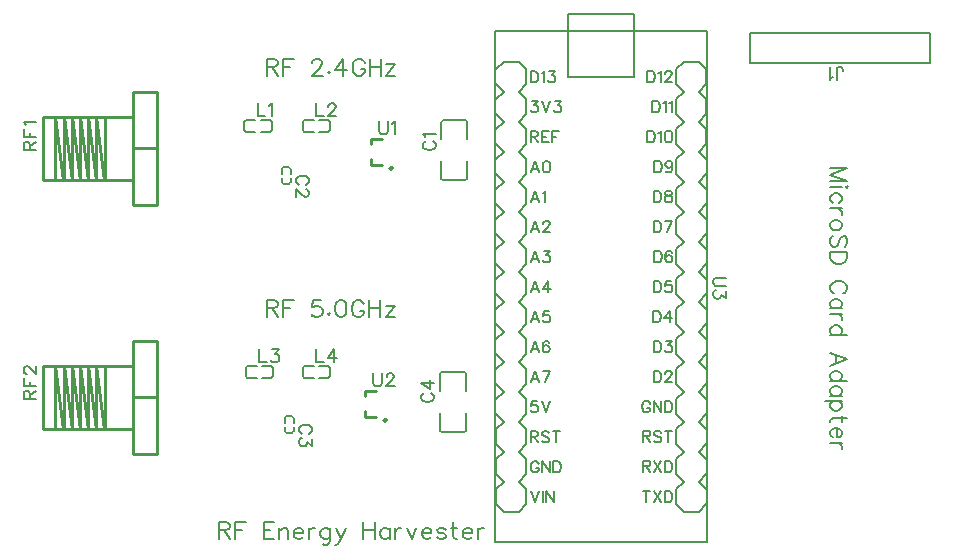
<source format=gto>
G04 Layer: TopSilkscreenLayer*
G04 EasyEDA v6.5.44, 2024-08-27 10:33:55*
G04 3fde5a6329554247a190ecd3801b01c9,e183ea938b1e48739b2e3e039e877233,10*
G04 Gerber Generator version 0.2*
G04 Scale: 100 percent, Rotated: No, Reflected: No *
G04 Dimensions in millimeters *
G04 leading zeros omitted , absolute positions ,4 integer and 5 decimal *
%FSLAX45Y45*%
%MOMM*%

%ADD10C,0.1524*%
%ADD11C,0.1500*%
%ADD12C,0.2032*%
%ADD13C,0.2030*%
%ADD14C,0.2540*%
%ADD15C,0.1520*%
%ADD16C,0.2489*%
%ADD17C,0.0123*%

%LPD*%
D10*
X1612900Y12521184D02*
G01*
X1612900Y12377928D01*
X1612900Y12521184D02*
G01*
X1674368Y12521184D01*
X1694687Y12514326D01*
X1701545Y12507468D01*
X1708404Y12494005D01*
X1708404Y12480289D01*
X1701545Y12466574D01*
X1694687Y12459715D01*
X1674368Y12452858D01*
X1612900Y12452858D01*
X1660652Y12452858D02*
G01*
X1708404Y12377928D01*
X1753362Y12521184D02*
G01*
X1753362Y12377928D01*
X1753362Y12521184D02*
G01*
X1842007Y12521184D01*
X1753362Y12452858D02*
G01*
X1807971Y12452858D01*
X1998725Y12487147D02*
G01*
X1998725Y12494005D01*
X2005584Y12507468D01*
X2012441Y12514326D01*
X2026158Y12521184D01*
X2053336Y12521184D01*
X2067052Y12514326D01*
X2073909Y12507468D01*
X2080513Y12494005D01*
X2080513Y12480289D01*
X2073909Y12466574D01*
X2060193Y12446254D01*
X1991868Y12377928D01*
X2087372Y12377928D01*
X2139188Y12411963D02*
G01*
X2132329Y12405360D01*
X2139188Y12398502D01*
X2146045Y12405360D01*
X2139188Y12411963D01*
X2259329Y12521184D02*
G01*
X2191004Y12425679D01*
X2293365Y12425679D01*
X2259329Y12521184D02*
G01*
X2259329Y12377928D01*
X2440686Y12487147D02*
G01*
X2433827Y12500610D01*
X2420111Y12514326D01*
X2406650Y12521184D01*
X2379218Y12521184D01*
X2365502Y12514326D01*
X2352040Y12500610D01*
X2345181Y12487147D01*
X2338324Y12466574D01*
X2338324Y12432537D01*
X2345181Y12411963D01*
X2352040Y12398502D01*
X2365502Y12384786D01*
X2379218Y12377928D01*
X2406650Y12377928D01*
X2420111Y12384786D01*
X2433827Y12398502D01*
X2440686Y12411963D01*
X2440686Y12432537D01*
X2406650Y12432537D02*
G01*
X2440686Y12432537D01*
X2485643Y12521184D02*
G01*
X2485643Y12377928D01*
X2581147Y12521184D02*
G01*
X2581147Y12377928D01*
X2485643Y12452858D02*
G01*
X2581147Y12452858D01*
X2701036Y12473431D02*
G01*
X2626106Y12377928D01*
X2626106Y12473431D02*
G01*
X2701036Y12473431D01*
X2626106Y12377928D02*
G01*
X2701036Y12377928D01*
X1612900Y10476484D02*
G01*
X1612900Y10333228D01*
X1612900Y10476484D02*
G01*
X1674368Y10476484D01*
X1694687Y10469626D01*
X1701545Y10462768D01*
X1708404Y10449305D01*
X1708404Y10435589D01*
X1701545Y10421874D01*
X1694687Y10415015D01*
X1674368Y10408158D01*
X1612900Y10408158D01*
X1660652Y10408158D02*
G01*
X1708404Y10333228D01*
X1753362Y10476484D02*
G01*
X1753362Y10333228D01*
X1753362Y10476484D02*
G01*
X1842007Y10476484D01*
X1753362Y10408158D02*
G01*
X1807971Y10408158D01*
X2073909Y10476484D02*
G01*
X2005584Y10476484D01*
X1998725Y10415015D01*
X2005584Y10421874D01*
X2026158Y10428731D01*
X2046477Y10428731D01*
X2067052Y10421874D01*
X2080513Y10408158D01*
X2087372Y10387837D01*
X2087372Y10374121D01*
X2080513Y10353802D01*
X2067052Y10340086D01*
X2046477Y10333228D01*
X2026158Y10333228D01*
X2005584Y10340086D01*
X1998725Y10346944D01*
X1991868Y10360660D01*
X2139188Y10367263D02*
G01*
X2132329Y10360660D01*
X2139188Y10353802D01*
X2146045Y10360660D01*
X2139188Y10367263D01*
X2231897Y10476484D02*
G01*
X2211577Y10469626D01*
X2197861Y10449305D01*
X2191004Y10415015D01*
X2191004Y10394695D01*
X2197861Y10360660D01*
X2211577Y10340086D01*
X2231897Y10333228D01*
X2245613Y10333228D01*
X2266188Y10340086D01*
X2279650Y10360660D01*
X2286508Y10394695D01*
X2286508Y10415015D01*
X2279650Y10449305D01*
X2266188Y10469626D01*
X2245613Y10476484D01*
X2231897Y10476484D01*
X2433827Y10442447D02*
G01*
X2426970Y10455910D01*
X2413254Y10469626D01*
X2399791Y10476484D01*
X2372359Y10476484D01*
X2358897Y10469626D01*
X2345181Y10455910D01*
X2338324Y10442447D01*
X2331465Y10421874D01*
X2331465Y10387837D01*
X2338324Y10367263D01*
X2345181Y10353802D01*
X2358897Y10340086D01*
X2372359Y10333228D01*
X2399791Y10333228D01*
X2413254Y10340086D01*
X2426970Y10353802D01*
X2433827Y10367263D01*
X2433827Y10387837D01*
X2399791Y10387837D02*
G01*
X2433827Y10387837D01*
X2478786Y10476484D02*
G01*
X2478786Y10333228D01*
X2574290Y10476484D02*
G01*
X2574290Y10333228D01*
X2478786Y10408158D02*
G01*
X2574290Y10408158D01*
X2694177Y10428731D02*
G01*
X2619247Y10333228D01*
X2619247Y10428731D02*
G01*
X2694177Y10428731D01*
X2619247Y10333228D02*
G01*
X2694177Y10333228D01*
X1206500Y8596884D02*
G01*
X1206500Y8453628D01*
X1206500Y8596884D02*
G01*
X1267968Y8596884D01*
X1288287Y8590026D01*
X1295145Y8583168D01*
X1302004Y8569705D01*
X1302004Y8555989D01*
X1295145Y8542274D01*
X1288287Y8535415D01*
X1267968Y8528558D01*
X1206500Y8528558D01*
X1254252Y8528558D02*
G01*
X1302004Y8453628D01*
X1346962Y8596884D02*
G01*
X1346962Y8453628D01*
X1346962Y8596884D02*
G01*
X1435607Y8596884D01*
X1346962Y8528558D02*
G01*
X1401571Y8528558D01*
X1585468Y8596884D02*
G01*
X1585468Y8453628D01*
X1585468Y8596884D02*
G01*
X1674113Y8596884D01*
X1585468Y8528558D02*
G01*
X1640078Y8528558D01*
X1585468Y8453628D02*
G01*
X1674113Y8453628D01*
X1719326Y8549131D02*
G01*
X1719326Y8453628D01*
X1719326Y8521954D02*
G01*
X1739645Y8542274D01*
X1753362Y8549131D01*
X1773681Y8549131D01*
X1787397Y8542274D01*
X1794255Y8521954D01*
X1794255Y8453628D01*
X1839213Y8508237D02*
G01*
X1921002Y8508237D01*
X1921002Y8521954D01*
X1914144Y8535415D01*
X1907286Y8542274D01*
X1893823Y8549131D01*
X1873250Y8549131D01*
X1859787Y8542274D01*
X1846071Y8528558D01*
X1839213Y8508237D01*
X1839213Y8494521D01*
X1846071Y8474202D01*
X1859787Y8460486D01*
X1873250Y8453628D01*
X1893823Y8453628D01*
X1907286Y8460486D01*
X1921002Y8474202D01*
X1965959Y8549131D02*
G01*
X1965959Y8453628D01*
X1965959Y8508237D02*
G01*
X1972818Y8528558D01*
X1986534Y8542274D01*
X2000250Y8549131D01*
X2020570Y8549131D01*
X2147315Y8549131D02*
G01*
X2147315Y8440165D01*
X2140711Y8419592D01*
X2133854Y8412734D01*
X2120138Y8405876D01*
X2099563Y8405876D01*
X2086102Y8412734D01*
X2147315Y8528558D02*
G01*
X2133854Y8542274D01*
X2120138Y8549131D01*
X2099563Y8549131D01*
X2086102Y8542274D01*
X2072386Y8528558D01*
X2065527Y8508237D01*
X2065527Y8494521D01*
X2072386Y8474202D01*
X2086102Y8460486D01*
X2099563Y8453628D01*
X2120138Y8453628D01*
X2133854Y8460486D01*
X2147315Y8474202D01*
X2199131Y8549131D02*
G01*
X2240025Y8453628D01*
X2280920Y8549131D02*
G01*
X2240025Y8453628D01*
X2226563Y8426450D01*
X2212847Y8412734D01*
X2199131Y8405876D01*
X2192527Y8405876D01*
X2431034Y8596884D02*
G01*
X2431034Y8453628D01*
X2526538Y8596884D02*
G01*
X2526538Y8453628D01*
X2431034Y8528558D02*
G01*
X2526538Y8528558D01*
X2653284Y8549131D02*
G01*
X2653284Y8453628D01*
X2653284Y8528558D02*
G01*
X2639568Y8542274D01*
X2626106Y8549131D01*
X2605531Y8549131D01*
X2592070Y8542274D01*
X2578354Y8528558D01*
X2571495Y8508237D01*
X2571495Y8494521D01*
X2578354Y8474202D01*
X2592070Y8460486D01*
X2605531Y8453628D01*
X2626106Y8453628D01*
X2639568Y8460486D01*
X2653284Y8474202D01*
X2698241Y8549131D02*
G01*
X2698241Y8453628D01*
X2698241Y8508237D02*
G01*
X2705100Y8528558D01*
X2718815Y8542274D01*
X2732531Y8549131D01*
X2752852Y8549131D01*
X2797809Y8549131D02*
G01*
X2838704Y8453628D01*
X2879597Y8549131D02*
G01*
X2838704Y8453628D01*
X2924556Y8508237D02*
G01*
X3006597Y8508237D01*
X3006597Y8521954D01*
X2999740Y8535415D01*
X2992881Y8542274D01*
X2979165Y8549131D01*
X2958845Y8549131D01*
X2945129Y8542274D01*
X2931413Y8528558D01*
X2924556Y8508237D01*
X2924556Y8494521D01*
X2931413Y8474202D01*
X2945129Y8460486D01*
X2958845Y8453628D01*
X2979165Y8453628D01*
X2992881Y8460486D01*
X3006597Y8474202D01*
X3126486Y8528558D02*
G01*
X3119627Y8542274D01*
X3099308Y8549131D01*
X3078734Y8549131D01*
X3058413Y8542274D01*
X3051556Y8528558D01*
X3058413Y8515095D01*
X3071875Y8508237D01*
X3106165Y8501379D01*
X3119627Y8494521D01*
X3126486Y8481060D01*
X3126486Y8474202D01*
X3119627Y8460486D01*
X3099308Y8453628D01*
X3078734Y8453628D01*
X3058413Y8460486D01*
X3051556Y8474202D01*
X3192018Y8596884D02*
G01*
X3192018Y8481060D01*
X3198875Y8460486D01*
X3212338Y8453628D01*
X3226054Y8453628D01*
X3171443Y8549131D02*
G01*
X3219195Y8549131D01*
X3271011Y8508237D02*
G01*
X3352800Y8508237D01*
X3352800Y8521954D01*
X3345941Y8535415D01*
X3339338Y8542274D01*
X3325622Y8549131D01*
X3305047Y8549131D01*
X3291586Y8542274D01*
X3277870Y8528558D01*
X3271011Y8508237D01*
X3271011Y8494521D01*
X3277870Y8474202D01*
X3291586Y8460486D01*
X3305047Y8453628D01*
X3325622Y8453628D01*
X3339338Y8460486D01*
X3352800Y8474202D01*
X3397758Y8549131D02*
G01*
X3397758Y8453628D01*
X3397758Y8508237D02*
G01*
X3404615Y8528558D01*
X3418331Y8542274D01*
X3432047Y8549131D01*
X3452368Y8549131D01*
X6526784Y11595100D02*
G01*
X6383527Y11595100D01*
X6526784Y11595100D02*
G01*
X6383527Y11540489D01*
X6526784Y11486134D02*
G01*
X6383527Y11540489D01*
X6526784Y11486134D02*
G01*
X6383527Y11486134D01*
X6526784Y11440921D02*
G01*
X6519925Y11434318D01*
X6526784Y11427460D01*
X6533641Y11434318D01*
X6526784Y11440921D01*
X6479031Y11434318D02*
G01*
X6383527Y11434318D01*
X6458458Y11300460D02*
G01*
X6472174Y11314176D01*
X6479031Y11327892D01*
X6479031Y11348212D01*
X6472174Y11361928D01*
X6458458Y11375644D01*
X6438138Y11382247D01*
X6424422Y11382247D01*
X6404102Y11375644D01*
X6390386Y11361928D01*
X6383527Y11348212D01*
X6383527Y11327892D01*
X6390386Y11314176D01*
X6404102Y11300460D01*
X6479031Y11255502D02*
G01*
X6383527Y11255502D01*
X6438138Y11255502D02*
G01*
X6458458Y11248644D01*
X6472174Y11235181D01*
X6479031Y11221465D01*
X6479031Y11200892D01*
X6479031Y11121897D02*
G01*
X6472174Y11135613D01*
X6458458Y11149076D01*
X6438138Y11155934D01*
X6424422Y11155934D01*
X6404102Y11149076D01*
X6390386Y11135613D01*
X6383527Y11121897D01*
X6383527Y11101578D01*
X6390386Y11087862D01*
X6404102Y11074145D01*
X6424422Y11067287D01*
X6438138Y11067287D01*
X6458458Y11074145D01*
X6472174Y11087862D01*
X6479031Y11101578D01*
X6479031Y11121897D01*
X6506209Y10926826D02*
G01*
X6519925Y10940542D01*
X6526784Y10961115D01*
X6526784Y10988294D01*
X6519925Y11008613D01*
X6506209Y11022329D01*
X6492747Y11022329D01*
X6479031Y11015471D01*
X6472174Y11008613D01*
X6465315Y10995152D01*
X6451854Y10954258D01*
X6444995Y10940542D01*
X6438138Y10933684D01*
X6424422Y10926826D01*
X6404102Y10926826D01*
X6390386Y10940542D01*
X6383527Y10961115D01*
X6383527Y10988294D01*
X6390386Y11008613D01*
X6404102Y11022329D01*
X6526784Y10881868D02*
G01*
X6383527Y10881868D01*
X6526784Y10881868D02*
G01*
X6526784Y10834115D01*
X6519925Y10813795D01*
X6506209Y10800079D01*
X6492747Y10793221D01*
X6472174Y10786363D01*
X6438138Y10786363D01*
X6417563Y10793221D01*
X6404102Y10800079D01*
X6390386Y10813795D01*
X6383527Y10834115D01*
X6383527Y10881868D01*
X6492747Y10534142D02*
G01*
X6506209Y10541000D01*
X6519925Y10554715D01*
X6526784Y10568178D01*
X6526784Y10595610D01*
X6519925Y10609071D01*
X6506209Y10622787D01*
X6492747Y10629645D01*
X6472174Y10636504D01*
X6438138Y10636504D01*
X6417563Y10629645D01*
X6404102Y10622787D01*
X6390386Y10609071D01*
X6383527Y10595610D01*
X6383527Y10568178D01*
X6390386Y10554715D01*
X6404102Y10541000D01*
X6417563Y10534142D01*
X6479031Y10407395D02*
G01*
X6383527Y10407395D01*
X6458458Y10407395D02*
G01*
X6472174Y10421112D01*
X6479031Y10434574D01*
X6479031Y10455147D01*
X6472174Y10468863D01*
X6458458Y10482326D01*
X6438138Y10489184D01*
X6424422Y10489184D01*
X6404102Y10482326D01*
X6390386Y10468863D01*
X6383527Y10455147D01*
X6383527Y10434574D01*
X6390386Y10421112D01*
X6404102Y10407395D01*
X6479031Y10362437D02*
G01*
X6383527Y10362437D01*
X6438138Y10362437D02*
G01*
X6458458Y10355579D01*
X6472174Y10341863D01*
X6479031Y10328402D01*
X6479031Y10307828D01*
X6526784Y10181081D02*
G01*
X6383527Y10181081D01*
X6458458Y10181081D02*
G01*
X6472174Y10194544D01*
X6479031Y10208260D01*
X6479031Y10228834D01*
X6472174Y10242295D01*
X6458458Y10256012D01*
X6438138Y10262870D01*
X6424422Y10262870D01*
X6404102Y10256012D01*
X6390386Y10242295D01*
X6383527Y10228834D01*
X6383527Y10208260D01*
X6390386Y10194544D01*
X6404102Y10181081D01*
X6526784Y9976358D02*
G01*
X6383527Y10030968D01*
X6526784Y9976358D02*
G01*
X6383527Y9922002D01*
X6431279Y10010647D02*
G01*
X6431279Y9942321D01*
X6526784Y9795002D02*
G01*
X6383527Y9795002D01*
X6458458Y9795002D02*
G01*
X6472174Y9808718D01*
X6479031Y9822434D01*
X6479031Y9842754D01*
X6472174Y9856470D01*
X6458458Y9870186D01*
X6438138Y9877044D01*
X6424422Y9877044D01*
X6404102Y9870186D01*
X6390386Y9856470D01*
X6383527Y9842754D01*
X6383527Y9822434D01*
X6390386Y9808718D01*
X6404102Y9795002D01*
X6479031Y9668255D02*
G01*
X6383527Y9668255D01*
X6458458Y9668255D02*
G01*
X6472174Y9681971D01*
X6479031Y9695434D01*
X6479031Y9716008D01*
X6472174Y9729724D01*
X6458458Y9743186D01*
X6438138Y9750044D01*
X6424422Y9750044D01*
X6404102Y9743186D01*
X6390386Y9729724D01*
X6383527Y9716008D01*
X6383527Y9695434D01*
X6390386Y9681971D01*
X6404102Y9668255D01*
X6479031Y9623297D02*
G01*
X6335775Y9623297D01*
X6458458Y9623297D02*
G01*
X6472174Y9609581D01*
X6479031Y9596120D01*
X6479031Y9575545D01*
X6472174Y9561829D01*
X6458458Y9548368D01*
X6438138Y9541510D01*
X6424422Y9541510D01*
X6404102Y9548368D01*
X6390386Y9561829D01*
X6383527Y9575545D01*
X6383527Y9596120D01*
X6390386Y9609581D01*
X6404102Y9623297D01*
X6526784Y9475978D02*
G01*
X6410959Y9475978D01*
X6390386Y9469120D01*
X6383527Y9455658D01*
X6383527Y9441942D01*
X6479031Y9496552D02*
G01*
X6479031Y9448800D01*
X6438138Y9396984D02*
G01*
X6438138Y9315195D01*
X6451854Y9315195D01*
X6465315Y9321800D01*
X6472174Y9328658D01*
X6479031Y9342374D01*
X6479031Y9362947D01*
X6472174Y9376410D01*
X6458458Y9390126D01*
X6438138Y9396984D01*
X6424422Y9396984D01*
X6404102Y9390126D01*
X6390386Y9376410D01*
X6383527Y9362947D01*
X6383527Y9342374D01*
X6390386Y9328658D01*
X6404102Y9315195D01*
X6479031Y9269984D02*
G01*
X6383527Y9269984D01*
X6438138Y9269984D02*
G01*
X6458458Y9263379D01*
X6472174Y9249663D01*
X6479031Y9235947D01*
X6479031Y9215628D01*
X2958591Y11825478D02*
G01*
X2948177Y11820144D01*
X2937763Y11809729D01*
X2932684Y11799570D01*
X2932684Y11778742D01*
X2937763Y11768328D01*
X2948177Y11757913D01*
X2958591Y11752579D01*
X2974340Y11747500D01*
X3000247Y11747500D01*
X3015741Y11752579D01*
X3026156Y11757913D01*
X3036570Y11768328D01*
X3041650Y11778742D01*
X3041650Y11799570D01*
X3036570Y11809729D01*
X3026156Y11820144D01*
X3015741Y11825478D01*
X2953511Y11859768D02*
G01*
X2948177Y11870181D01*
X2932684Y11885676D01*
X3041650Y11885676D01*
X2945891Y9691878D02*
G01*
X2935477Y9686544D01*
X2925063Y9676129D01*
X2919984Y9665970D01*
X2919984Y9645142D01*
X2925063Y9634728D01*
X2935477Y9624313D01*
X2945891Y9618979D01*
X2961640Y9613900D01*
X2987547Y9613900D01*
X3003041Y9618979D01*
X3013456Y9624313D01*
X3023870Y9634728D01*
X3028950Y9645142D01*
X3028950Y9665970D01*
X3023870Y9676129D01*
X3013456Y9686544D01*
X3003041Y9691878D01*
X2919984Y9777984D02*
G01*
X2992627Y9726168D01*
X2992627Y9804145D01*
X2919984Y9777984D02*
G01*
X3028950Y9777984D01*
X1943608Y11453621D02*
G01*
X1954022Y11458955D01*
X1964436Y11469370D01*
X1969515Y11479529D01*
X1969515Y11500358D01*
X1964436Y11510771D01*
X1954022Y11521186D01*
X1943608Y11526520D01*
X1927860Y11531600D01*
X1901952Y11531600D01*
X1886457Y11526520D01*
X1876044Y11521186D01*
X1865629Y11510771D01*
X1860550Y11500358D01*
X1860550Y11479529D01*
X1865629Y11469370D01*
X1876044Y11458955D01*
X1886457Y11453621D01*
X1943608Y11414252D02*
G01*
X1948688Y11414252D01*
X1959102Y11408918D01*
X1964436Y11403837D01*
X1969515Y11393424D01*
X1969515Y11372595D01*
X1964436Y11362181D01*
X1959102Y11357102D01*
X1948688Y11351768D01*
X1938274Y11351768D01*
X1927860Y11357102D01*
X1912365Y11367515D01*
X1860550Y11419331D01*
X1860550Y11346687D01*
X1969008Y9345421D02*
G01*
X1979422Y9350755D01*
X1989836Y9361170D01*
X1994915Y9371329D01*
X1994915Y9392158D01*
X1989836Y9402571D01*
X1979422Y9412986D01*
X1969008Y9418320D01*
X1953259Y9423400D01*
X1927352Y9423400D01*
X1911857Y9418320D01*
X1901444Y9412986D01*
X1891029Y9402571D01*
X1885950Y9392158D01*
X1885950Y9371329D01*
X1891029Y9361170D01*
X1901444Y9350755D01*
X1911857Y9345421D01*
X1994915Y9300718D02*
G01*
X1994915Y9243568D01*
X1953259Y9274810D01*
X1953259Y9259315D01*
X1948179Y9248902D01*
X1943100Y9243568D01*
X1927352Y9238487D01*
X1916937Y9238487D01*
X1901444Y9243568D01*
X1891029Y9253981D01*
X1885950Y9269729D01*
X1885950Y9285224D01*
X1891029Y9300718D01*
X1896110Y9306052D01*
X1906523Y9311131D01*
X6437629Y12343384D02*
G01*
X6437629Y12426442D01*
X6442963Y12442189D01*
X6448043Y12447270D01*
X6458458Y12452350D01*
X6468872Y12452350D01*
X6479286Y12447270D01*
X6484620Y12442189D01*
X6489700Y12426442D01*
X6489700Y12416028D01*
X6403340Y12364212D02*
G01*
X6393179Y12358878D01*
X6377431Y12343384D01*
X6377431Y12452350D01*
X1536700Y12142215D02*
G01*
X1536700Y12033250D01*
X1536700Y12033250D02*
G01*
X1598929Y12033250D01*
X1633220Y12121387D02*
G01*
X1643634Y12126721D01*
X1659381Y12142215D01*
X1659381Y12033250D01*
X2032000Y12142215D02*
G01*
X2032000Y12033250D01*
X2032000Y12033250D02*
G01*
X2094229Y12033250D01*
X2133854Y12116308D02*
G01*
X2133854Y12121387D01*
X2138934Y12131802D01*
X2144268Y12137136D01*
X2154681Y12142215D01*
X2175509Y12142215D01*
X2185670Y12137136D01*
X2191004Y12131802D01*
X2196084Y12121387D01*
X2196084Y12110974D01*
X2191004Y12100560D01*
X2180590Y12085065D01*
X2128520Y12033250D01*
X2201418Y12033250D01*
X1549400Y10059415D02*
G01*
X1549400Y9950450D01*
X1549400Y9950450D02*
G01*
X1611629Y9950450D01*
X1656334Y10059415D02*
G01*
X1713484Y10059415D01*
X1682495Y10017760D01*
X1697989Y10017760D01*
X1708404Y10012679D01*
X1713484Y10007600D01*
X1718818Y9991852D01*
X1718818Y9981437D01*
X1713484Y9965944D01*
X1703070Y9955529D01*
X1687576Y9950450D01*
X1672081Y9950450D01*
X1656334Y9955529D01*
X1651254Y9960610D01*
X1645920Y9971024D01*
X2032000Y10059415D02*
G01*
X2032000Y9950450D01*
X2032000Y9950450D02*
G01*
X2094229Y9950450D01*
X2180590Y10059415D02*
G01*
X2128520Y9986771D01*
X2206497Y9986771D01*
X2180590Y10059415D02*
G01*
X2180590Y9950450D01*
X-446316Y11747500D02*
G01*
X-337350Y11747500D01*
X-446316Y11747500D02*
G01*
X-446316Y11794236D01*
X-441236Y11809729D01*
X-435902Y11815063D01*
X-425488Y11820144D01*
X-415074Y11820144D01*
X-404660Y11815063D01*
X-399580Y11809729D01*
X-394500Y11794236D01*
X-394500Y11747500D01*
X-394500Y11783821D02*
G01*
X-337350Y11820144D01*
X-446316Y11854434D02*
G01*
X-337350Y11854434D01*
X-446316Y11854434D02*
G01*
X-446316Y11921997D01*
X-394500Y11854434D02*
G01*
X-394500Y11896089D01*
X-425488Y11956287D02*
G01*
X-430822Y11966702D01*
X-446316Y11982450D01*
X-337350Y11982450D01*
X-446316Y9639300D02*
G01*
X-337350Y9639300D01*
X-446316Y9639300D02*
G01*
X-446316Y9686036D01*
X-441236Y9701529D01*
X-435902Y9706863D01*
X-425488Y9711944D01*
X-415074Y9711944D01*
X-404660Y9706863D01*
X-399580Y9701529D01*
X-394500Y9686036D01*
X-394500Y9639300D01*
X-394500Y9675621D02*
G01*
X-337350Y9711944D01*
X-446316Y9746234D02*
G01*
X-337350Y9746234D01*
X-446316Y9746234D02*
G01*
X-446316Y9813797D01*
X-394500Y9746234D02*
G01*
X-394500Y9787889D01*
X-420408Y9853421D02*
G01*
X-425488Y9853421D01*
X-435902Y9858502D01*
X-441236Y9863836D01*
X-446316Y9874250D01*
X-446316Y9894824D01*
X-441236Y9905237D01*
X-435902Y9910571D01*
X-425488Y9915652D01*
X-415074Y9915652D01*
X-404660Y9910571D01*
X-389166Y9900158D01*
X-337350Y9848087D01*
X-337350Y9920986D01*
X2565400Y11989815D02*
G01*
X2565400Y11911837D01*
X2570479Y11896344D01*
X2580893Y11885929D01*
X2596641Y11880850D01*
X2607056Y11880850D01*
X2622550Y11885929D01*
X2632963Y11896344D01*
X2638043Y11911837D01*
X2638043Y11989815D01*
X2672334Y11968987D02*
G01*
X2682747Y11974321D01*
X2698495Y11989815D01*
X2698495Y11880850D01*
X2514600Y9856215D02*
G01*
X2514600Y9778237D01*
X2519679Y9762744D01*
X2530093Y9752329D01*
X2545841Y9747250D01*
X2556256Y9747250D01*
X2571750Y9752329D01*
X2582163Y9762744D01*
X2587243Y9778237D01*
X2587243Y9856215D01*
X2626868Y9830308D02*
G01*
X2626868Y9835387D01*
X2631947Y9845802D01*
X2637281Y9851136D01*
X2647695Y9856215D01*
X2668270Y9856215D01*
X2678684Y9851136D01*
X2684018Y9845802D01*
X2689097Y9835387D01*
X2689097Y9824974D01*
X2684018Y9814560D01*
X2673604Y9799065D01*
X2621534Y9747250D01*
X2694431Y9747250D01*
X5500115Y10668000D02*
G01*
X5422138Y10668000D01*
X5406643Y10662920D01*
X5396229Y10652505D01*
X5391150Y10636758D01*
X5391150Y10626344D01*
X5396229Y10610850D01*
X5406643Y10600436D01*
X5422138Y10595355D01*
X5500115Y10595355D01*
X5500115Y10550652D02*
G01*
X5500115Y10493502D01*
X5458459Y10524489D01*
X5458459Y10508995D01*
X5453379Y10498581D01*
X5448300Y10493502D01*
X5432552Y10488168D01*
X5422138Y10488168D01*
X5406643Y10493502D01*
X5396229Y10503915D01*
X5391150Y10519410D01*
X5391150Y10534904D01*
X5396229Y10550652D01*
X5401309Y10555731D01*
X5411724Y10561065D01*
D11*
X3845994Y12415837D02*
G01*
X3845994Y12320333D01*
X3845994Y12415837D02*
G01*
X3877744Y12415837D01*
X3891460Y12411265D01*
X3900604Y12402375D01*
X3905176Y12393231D01*
X3909748Y12379515D01*
X3909748Y12356909D01*
X3905176Y12343193D01*
X3900604Y12334049D01*
X3891460Y12324905D01*
X3877744Y12320333D01*
X3845994Y12320333D01*
X3939720Y12397803D02*
G01*
X3948610Y12402375D01*
X3962326Y12415837D01*
X3962326Y12320333D01*
X4001442Y12415837D02*
G01*
X4051480Y12415837D01*
X4024302Y12379515D01*
X4037764Y12379515D01*
X4046908Y12374943D01*
X4051480Y12370371D01*
X4056052Y12356909D01*
X4056052Y12347765D01*
X4051480Y12334049D01*
X4042336Y12324905D01*
X4028620Y12320333D01*
X4015158Y12320333D01*
X4001442Y12324905D01*
X3996870Y12329477D01*
X3992298Y12338621D01*
X3855133Y12161842D02*
G01*
X3905171Y12161842D01*
X3877739Y12125520D01*
X3891455Y12125520D01*
X3900599Y12120948D01*
X3905171Y12116376D01*
X3909743Y12102914D01*
X3909743Y12093770D01*
X3905171Y12080054D01*
X3896027Y12070910D01*
X3882311Y12066338D01*
X3868595Y12066338D01*
X3855133Y12070910D01*
X3850561Y12075482D01*
X3845989Y12084626D01*
X3939715Y12161842D02*
G01*
X3976037Y12066338D01*
X4012359Y12161842D02*
G01*
X3976037Y12066338D01*
X4051475Y12161842D02*
G01*
X4101513Y12161842D01*
X4074081Y12125520D01*
X4087797Y12125520D01*
X4096941Y12120948D01*
X4101513Y12116376D01*
X4106085Y12102914D01*
X4106085Y12093770D01*
X4101513Y12080054D01*
X4092369Y12070910D01*
X4078653Y12066338D01*
X4065191Y12066338D01*
X4051475Y12070910D01*
X4046903Y12075482D01*
X4042331Y12084626D01*
X3845989Y11907842D02*
G01*
X3845989Y11812338D01*
X3845989Y11907842D02*
G01*
X3886883Y11907842D01*
X3900599Y11903270D01*
X3905171Y11898698D01*
X3909743Y11889808D01*
X3909743Y11880664D01*
X3905171Y11871520D01*
X3900599Y11866948D01*
X3886883Y11862376D01*
X3845989Y11862376D01*
X3877739Y11862376D02*
G01*
X3909743Y11812338D01*
X3939715Y11907842D02*
G01*
X3939715Y11812338D01*
X3939715Y11907842D02*
G01*
X3998643Y11907842D01*
X3939715Y11862376D02*
G01*
X3976037Y11862376D01*
X3939715Y11812338D02*
G01*
X3998643Y11812338D01*
X4028615Y11907842D02*
G01*
X4028615Y11812338D01*
X4028615Y11907842D02*
G01*
X4087797Y11907842D01*
X4028615Y11862376D02*
G01*
X4065191Y11862376D01*
X3882313Y11653840D02*
G01*
X3845991Y11558336D01*
X3882313Y11653840D02*
G01*
X3918635Y11558336D01*
X3859707Y11590340D02*
G01*
X3905173Y11590340D01*
X3976039Y11653840D02*
G01*
X3962323Y11649268D01*
X3953179Y11635806D01*
X3948607Y11612946D01*
X3948607Y11599484D01*
X3953179Y11576624D01*
X3962323Y11562908D01*
X3976039Y11558336D01*
X3985183Y11558336D01*
X3998645Y11562908D01*
X4007789Y11576624D01*
X4012361Y11599484D01*
X4012361Y11612946D01*
X4007789Y11635806D01*
X3998645Y11649268D01*
X3985183Y11653840D01*
X3976039Y11653840D01*
X3882311Y11399842D02*
G01*
X3845989Y11304338D01*
X3882311Y11399842D02*
G01*
X3918633Y11304338D01*
X3859705Y11336342D02*
G01*
X3905171Y11336342D01*
X3948605Y11381808D02*
G01*
X3957749Y11386380D01*
X3971465Y11399842D01*
X3971465Y11304338D01*
X3882313Y11145840D02*
G01*
X3845991Y11050336D01*
X3882313Y11145840D02*
G01*
X3918635Y11050336D01*
X3859707Y11082340D02*
G01*
X3905173Y11082340D01*
X3953179Y11123234D02*
G01*
X3953179Y11127806D01*
X3957751Y11136696D01*
X3962323Y11141268D01*
X3971467Y11145840D01*
X3989501Y11145840D01*
X3998645Y11141268D01*
X4003217Y11136696D01*
X4007789Y11127806D01*
X4007789Y11118662D01*
X4003217Y11109518D01*
X3994073Y11095802D01*
X3948607Y11050336D01*
X4012361Y11050336D01*
X3882313Y10891840D02*
G01*
X3845991Y10796336D01*
X3882313Y10891840D02*
G01*
X3918635Y10796336D01*
X3859707Y10828340D02*
G01*
X3905173Y10828340D01*
X3957751Y10891840D02*
G01*
X4007789Y10891840D01*
X3980611Y10855518D01*
X3994073Y10855518D01*
X4003217Y10850946D01*
X4007789Y10846374D01*
X4012361Y10832912D01*
X4012361Y10823768D01*
X4007789Y10810052D01*
X3998645Y10800908D01*
X3985183Y10796336D01*
X3971467Y10796336D01*
X3957751Y10800908D01*
X3953179Y10805480D01*
X3948607Y10814624D01*
X3882316Y10637837D02*
G01*
X3845994Y10542333D01*
X3882316Y10637837D02*
G01*
X3918638Y10542333D01*
X3859710Y10574337D02*
G01*
X3905176Y10574337D01*
X3994076Y10637837D02*
G01*
X3948610Y10574337D01*
X4016936Y10574337D01*
X3994076Y10637837D02*
G01*
X3994076Y10542333D01*
X3882313Y10383840D02*
G01*
X3845991Y10288336D01*
X3882313Y10383840D02*
G01*
X3918635Y10288336D01*
X3859707Y10320340D02*
G01*
X3905173Y10320340D01*
X4003217Y10383840D02*
G01*
X3957751Y10383840D01*
X3953179Y10342946D01*
X3957751Y10347518D01*
X3971467Y10352090D01*
X3985183Y10352090D01*
X3998645Y10347518D01*
X4007789Y10338374D01*
X4012361Y10324912D01*
X4012361Y10315768D01*
X4007789Y10302052D01*
X3998645Y10292908D01*
X3985183Y10288336D01*
X3971467Y10288336D01*
X3957751Y10292908D01*
X3953179Y10297480D01*
X3948607Y10306624D01*
X3882316Y10129837D02*
G01*
X3845994Y10034333D01*
X3882316Y10129837D02*
G01*
X3918638Y10034333D01*
X3859710Y10066337D02*
G01*
X3905176Y10066337D01*
X4003220Y10116375D02*
G01*
X3998648Y10125265D01*
X3985186Y10129837D01*
X3976042Y10129837D01*
X3962326Y10125265D01*
X3953182Y10111803D01*
X3948610Y10088943D01*
X3948610Y10066337D01*
X3953182Y10048049D01*
X3962326Y10038905D01*
X3976042Y10034333D01*
X3980614Y10034333D01*
X3994076Y10038905D01*
X4003220Y10048049D01*
X4007792Y10061765D01*
X4007792Y10066337D01*
X4003220Y10079799D01*
X3994076Y10088943D01*
X3980614Y10093515D01*
X3976042Y10093515D01*
X3962326Y10088943D01*
X3953182Y10079799D01*
X3948610Y10066337D01*
X3882313Y9875840D02*
G01*
X3845991Y9780336D01*
X3882313Y9875840D02*
G01*
X3918635Y9780336D01*
X3859707Y9812340D02*
G01*
X3905173Y9812340D01*
X4012361Y9875840D02*
G01*
X3966895Y9780336D01*
X3948607Y9875840D02*
G01*
X4012361Y9875840D01*
X3900601Y9621840D02*
G01*
X3855135Y9621840D01*
X3850563Y9580946D01*
X3855135Y9585518D01*
X3868597Y9590090D01*
X3882313Y9590090D01*
X3896029Y9585518D01*
X3905173Y9576374D01*
X3909745Y9562912D01*
X3909745Y9553768D01*
X3905173Y9540052D01*
X3896029Y9530908D01*
X3882313Y9526336D01*
X3868597Y9526336D01*
X3855135Y9530908D01*
X3850563Y9535480D01*
X3845991Y9544624D01*
X3939717Y9621840D02*
G01*
X3976039Y9526336D01*
X4012361Y9621840D02*
G01*
X3976039Y9526336D01*
X3845989Y9367842D02*
G01*
X3845989Y9272338D01*
X3845989Y9367842D02*
G01*
X3886883Y9367842D01*
X3900599Y9363270D01*
X3905171Y9358698D01*
X3909743Y9349808D01*
X3909743Y9340664D01*
X3905171Y9331520D01*
X3900599Y9326948D01*
X3886883Y9322376D01*
X3845989Y9322376D01*
X3877739Y9322376D02*
G01*
X3909743Y9272338D01*
X4003215Y9354380D02*
G01*
X3994071Y9363270D01*
X3980609Y9367842D01*
X3962321Y9367842D01*
X3948605Y9363270D01*
X3939715Y9354380D01*
X3939715Y9345236D01*
X3944287Y9336092D01*
X3948605Y9331520D01*
X3957749Y9326948D01*
X3985181Y9317804D01*
X3994071Y9313486D01*
X3998643Y9308914D01*
X4003215Y9299770D01*
X4003215Y9286054D01*
X3994071Y9276910D01*
X3980609Y9272338D01*
X3962321Y9272338D01*
X3948605Y9276910D01*
X3939715Y9286054D01*
X4065191Y9367842D02*
G01*
X4065191Y9272338D01*
X4033187Y9367842D02*
G01*
X4096941Y9367842D01*
X3914063Y9091234D02*
G01*
X3909745Y9100378D01*
X3900601Y9109268D01*
X3891457Y9113840D01*
X3873169Y9113840D01*
X3864279Y9109268D01*
X3855135Y9100378D01*
X3850563Y9091234D01*
X3845991Y9077518D01*
X3845991Y9054912D01*
X3850563Y9041196D01*
X3855135Y9032052D01*
X3864279Y9022908D01*
X3873169Y9018336D01*
X3891457Y9018336D01*
X3900601Y9022908D01*
X3909745Y9032052D01*
X3914063Y9041196D01*
X3914063Y9054912D01*
X3891457Y9054912D02*
G01*
X3914063Y9054912D01*
X3944289Y9113840D02*
G01*
X3944289Y9018336D01*
X3944289Y9113840D02*
G01*
X4007789Y9018336D01*
X4007789Y9113840D02*
G01*
X4007789Y9018336D01*
X4037761Y9113840D02*
G01*
X4037761Y9018336D01*
X4037761Y9113840D02*
G01*
X4069511Y9113840D01*
X4083227Y9109268D01*
X4092371Y9100378D01*
X4096943Y9091234D01*
X4101515Y9077518D01*
X4101515Y9054912D01*
X4096943Y9041196D01*
X4092371Y9032052D01*
X4083227Y9022908D01*
X4069511Y9018336D01*
X4037761Y9018336D01*
X3845994Y8859837D02*
G01*
X3882316Y8764333D01*
X3918638Y8859837D02*
G01*
X3882316Y8764333D01*
X3948610Y8859837D02*
G01*
X3948610Y8764333D01*
X3978836Y8859837D02*
G01*
X3978836Y8764333D01*
X3978836Y8859837D02*
G01*
X4042336Y8764333D01*
X4042336Y8859837D02*
G01*
X4042336Y8764333D01*
X4834892Y12417841D02*
G01*
X4834892Y12322337D01*
X4834892Y12417841D02*
G01*
X4866642Y12417841D01*
X4880358Y12413269D01*
X4889502Y12404379D01*
X4894074Y12395235D01*
X4898646Y12381519D01*
X4898646Y12358913D01*
X4894074Y12345197D01*
X4889502Y12336053D01*
X4880358Y12326909D01*
X4866642Y12322337D01*
X4834892Y12322337D01*
X4928618Y12399807D02*
G01*
X4937508Y12404379D01*
X4951224Y12417841D01*
X4951224Y12322337D01*
X4985768Y12395235D02*
G01*
X4985768Y12399807D01*
X4990340Y12408697D01*
X4994912Y12413269D01*
X5004056Y12417841D01*
X5022090Y12417841D01*
X5031234Y12413269D01*
X5035806Y12408697D01*
X5040378Y12399807D01*
X5040378Y12390663D01*
X5035806Y12381519D01*
X5026662Y12367803D01*
X4981196Y12322337D01*
X5044950Y12322337D01*
X4875786Y12163844D02*
G01*
X4875786Y12068340D01*
X4875786Y12163844D02*
G01*
X4907536Y12163844D01*
X4921252Y12159272D01*
X4930396Y12150382D01*
X4934968Y12141238D01*
X4939540Y12127522D01*
X4939540Y12104916D01*
X4934968Y12091200D01*
X4930396Y12082056D01*
X4921252Y12072912D01*
X4907536Y12068340D01*
X4875786Y12068340D01*
X4969512Y12145810D02*
G01*
X4978402Y12150382D01*
X4992118Y12163844D01*
X4992118Y12068340D01*
X5022090Y12145810D02*
G01*
X5031234Y12150382D01*
X5044950Y12163844D01*
X5044950Y12068340D01*
X4834892Y11909841D02*
G01*
X4834892Y11814337D01*
X4834892Y11909841D02*
G01*
X4866642Y11909841D01*
X4880358Y11905269D01*
X4889502Y11896379D01*
X4894074Y11887235D01*
X4898646Y11873519D01*
X4898646Y11850913D01*
X4894074Y11837197D01*
X4889502Y11828053D01*
X4880358Y11818909D01*
X4866642Y11814337D01*
X4834892Y11814337D01*
X4928618Y11891807D02*
G01*
X4937508Y11896379D01*
X4951224Y11909841D01*
X4951224Y11814337D01*
X5008628Y11909841D02*
G01*
X4994912Y11905269D01*
X4985768Y11891807D01*
X4981196Y11868947D01*
X4981196Y11855485D01*
X4985768Y11832625D01*
X4994912Y11818909D01*
X5008628Y11814337D01*
X5017518Y11814337D01*
X5031234Y11818909D01*
X5040378Y11832625D01*
X5044950Y11855485D01*
X5044950Y11868947D01*
X5040378Y11891807D01*
X5031234Y11905269D01*
X5017518Y11909841D01*
X5008628Y11909841D01*
X4892296Y11655841D02*
G01*
X4892296Y11560337D01*
X4892296Y11655841D02*
G01*
X4924046Y11655841D01*
X4937762Y11651269D01*
X4946906Y11642379D01*
X4951478Y11633235D01*
X4956050Y11619519D01*
X4956050Y11596913D01*
X4951478Y11583197D01*
X4946906Y11574053D01*
X4937762Y11564909D01*
X4924046Y11560337D01*
X4892296Y11560337D01*
X5044950Y11624091D02*
G01*
X5040378Y11610375D01*
X5031488Y11601485D01*
X5017772Y11596913D01*
X5013200Y11596913D01*
X4999484Y11601485D01*
X4990594Y11610375D01*
X4986022Y11624091D01*
X4986022Y11628663D01*
X4990594Y11642379D01*
X4999484Y11651269D01*
X5013200Y11655841D01*
X5017772Y11655841D01*
X5031488Y11651269D01*
X5040378Y11642379D01*
X5044950Y11624091D01*
X5044950Y11601485D01*
X5040378Y11578625D01*
X5031488Y11564909D01*
X5017772Y11560337D01*
X5008628Y11560337D01*
X4994912Y11564909D01*
X4990594Y11574053D01*
X4887724Y11401844D02*
G01*
X4887724Y11306340D01*
X4887724Y11401844D02*
G01*
X4919474Y11401844D01*
X4933190Y11397272D01*
X4942334Y11388382D01*
X4946906Y11379238D01*
X4951478Y11365522D01*
X4951478Y11342916D01*
X4946906Y11329200D01*
X4942334Y11320056D01*
X4933190Y11310912D01*
X4919474Y11306340D01*
X4887724Y11306340D01*
X5004056Y11401844D02*
G01*
X4990340Y11397272D01*
X4986022Y11388382D01*
X4986022Y11379238D01*
X4990340Y11370094D01*
X4999484Y11365522D01*
X5017772Y11360950D01*
X5031234Y11356378D01*
X5040378Y11347488D01*
X5044950Y11338344D01*
X5044950Y11324628D01*
X5040378Y11315484D01*
X5035806Y11310912D01*
X5022344Y11306340D01*
X5004056Y11306340D01*
X4990340Y11310912D01*
X4986022Y11315484D01*
X4981450Y11324628D01*
X4981450Y11338344D01*
X4986022Y11347488D01*
X4994912Y11356378D01*
X5008628Y11360950D01*
X5026916Y11365522D01*
X5035806Y11370094D01*
X5040378Y11379238D01*
X5040378Y11388382D01*
X5035806Y11397272D01*
X5022344Y11401844D01*
X5004056Y11401844D01*
X4887724Y11147841D02*
G01*
X4887724Y11052337D01*
X4887724Y11147841D02*
G01*
X4919474Y11147841D01*
X4933190Y11143269D01*
X4942334Y11134379D01*
X4946906Y11125235D01*
X4951478Y11111519D01*
X4951478Y11088913D01*
X4946906Y11075197D01*
X4942334Y11066053D01*
X4933190Y11056909D01*
X4919474Y11052337D01*
X4887724Y11052337D01*
X5044950Y11147841D02*
G01*
X4999484Y11052337D01*
X4981450Y11147841D02*
G01*
X5044950Y11147841D01*
X4892296Y10893841D02*
G01*
X4892296Y10798337D01*
X4892296Y10893841D02*
G01*
X4924046Y10893841D01*
X4937762Y10889269D01*
X4946906Y10880379D01*
X4951478Y10871235D01*
X4956050Y10857519D01*
X4956050Y10834913D01*
X4951478Y10821197D01*
X4946906Y10812053D01*
X4937762Y10802909D01*
X4924046Y10798337D01*
X4892296Y10798337D01*
X5040378Y10880379D02*
G01*
X5035806Y10889269D01*
X5022344Y10893841D01*
X5013200Y10893841D01*
X4999484Y10889269D01*
X4990594Y10875807D01*
X4986022Y10852947D01*
X4986022Y10830341D01*
X4990594Y10812053D01*
X4999484Y10802909D01*
X5013200Y10798337D01*
X5017772Y10798337D01*
X5031488Y10802909D01*
X5040378Y10812053D01*
X5044950Y10825769D01*
X5044950Y10830341D01*
X5040378Y10843803D01*
X5031488Y10852947D01*
X5017772Y10857519D01*
X5013200Y10857519D01*
X4999484Y10852947D01*
X4990594Y10843803D01*
X4986022Y10830341D01*
X4887724Y10639844D02*
G01*
X4887724Y10544340D01*
X4887724Y10639844D02*
G01*
X4919474Y10639844D01*
X4933190Y10635272D01*
X4942334Y10626382D01*
X4946906Y10617238D01*
X4951478Y10603522D01*
X4951478Y10580916D01*
X4946906Y10567200D01*
X4942334Y10558056D01*
X4933190Y10548912D01*
X4919474Y10544340D01*
X4887724Y10544340D01*
X5035806Y10639844D02*
G01*
X4990340Y10639844D01*
X4986022Y10598950D01*
X4990340Y10603522D01*
X5004056Y10608094D01*
X5017772Y10608094D01*
X5031234Y10603522D01*
X5040378Y10594378D01*
X5044950Y10580916D01*
X5044950Y10571772D01*
X5040378Y10558056D01*
X5031234Y10548912D01*
X5017772Y10544340D01*
X5004056Y10544340D01*
X4990340Y10548912D01*
X4986022Y10553484D01*
X4981450Y10562628D01*
X4883152Y10385841D02*
G01*
X4883152Y10290337D01*
X4883152Y10385841D02*
G01*
X4914902Y10385841D01*
X4928618Y10381269D01*
X4937762Y10372379D01*
X4942334Y10363235D01*
X4946906Y10349519D01*
X4946906Y10326913D01*
X4942334Y10313197D01*
X4937762Y10304053D01*
X4928618Y10294909D01*
X4914902Y10290337D01*
X4883152Y10290337D01*
X5022344Y10385841D02*
G01*
X4976878Y10322341D01*
X5044950Y10322341D01*
X5022344Y10385841D02*
G01*
X5022344Y10290337D01*
X4887724Y10131841D02*
G01*
X4887724Y10036337D01*
X4887724Y10131841D02*
G01*
X4919474Y10131841D01*
X4933190Y10127269D01*
X4942334Y10118379D01*
X4946906Y10109235D01*
X4951478Y10095519D01*
X4951478Y10072913D01*
X4946906Y10059197D01*
X4942334Y10050053D01*
X4933190Y10040909D01*
X4919474Y10036337D01*
X4887724Y10036337D01*
X4990340Y10131841D02*
G01*
X5040378Y10131841D01*
X5013200Y10095519D01*
X5026916Y10095519D01*
X5035806Y10090947D01*
X5040378Y10086375D01*
X5044950Y10072913D01*
X5044950Y10063769D01*
X5040378Y10050053D01*
X5031234Y10040909D01*
X5017772Y10036337D01*
X5004056Y10036337D01*
X4990340Y10040909D01*
X4986022Y10045481D01*
X4981450Y10054625D01*
X4887724Y9877844D02*
G01*
X4887724Y9782340D01*
X4887724Y9877844D02*
G01*
X4919474Y9877844D01*
X4933190Y9873272D01*
X4942334Y9864382D01*
X4946906Y9855238D01*
X4951478Y9841522D01*
X4951478Y9818916D01*
X4946906Y9805200D01*
X4942334Y9796056D01*
X4933190Y9786912D01*
X4919474Y9782340D01*
X4887724Y9782340D01*
X4986022Y9855238D02*
G01*
X4986022Y9859810D01*
X4990340Y9868700D01*
X4994912Y9873272D01*
X5004056Y9877844D01*
X5022344Y9877844D01*
X5031234Y9873272D01*
X5035806Y9868700D01*
X5040378Y9859810D01*
X5040378Y9850666D01*
X5035806Y9841522D01*
X5026916Y9827806D01*
X4981450Y9782340D01*
X5044950Y9782340D01*
X4857498Y9601235D02*
G01*
X4853180Y9610379D01*
X4844036Y9619269D01*
X4834892Y9623841D01*
X4816604Y9623841D01*
X4807714Y9619269D01*
X4798570Y9610379D01*
X4793998Y9601235D01*
X4789426Y9587519D01*
X4789426Y9564913D01*
X4793998Y9551197D01*
X4798570Y9542053D01*
X4807714Y9532909D01*
X4816604Y9528337D01*
X4834892Y9528337D01*
X4844036Y9532909D01*
X4853180Y9542053D01*
X4857498Y9551197D01*
X4857498Y9564913D01*
X4834892Y9564913D02*
G01*
X4857498Y9564913D01*
X4887724Y9623841D02*
G01*
X4887724Y9528337D01*
X4887724Y9623841D02*
G01*
X4951224Y9528337D01*
X4951224Y9623841D02*
G01*
X4951224Y9528337D01*
X4981196Y9623841D02*
G01*
X4981196Y9528337D01*
X4981196Y9623841D02*
G01*
X5012946Y9623841D01*
X5026662Y9619269D01*
X5035806Y9610379D01*
X5040378Y9601235D01*
X5044950Y9587519D01*
X5044950Y9564913D01*
X5040378Y9551197D01*
X5035806Y9542053D01*
X5026662Y9532909D01*
X5012946Y9528337D01*
X4981196Y9528337D01*
X4793998Y9369841D02*
G01*
X4793998Y9274337D01*
X4793998Y9369841D02*
G01*
X4834892Y9369841D01*
X4848608Y9365269D01*
X4853180Y9360697D01*
X4857752Y9351807D01*
X4857752Y9342663D01*
X4853180Y9333519D01*
X4848608Y9328947D01*
X4834892Y9324375D01*
X4793998Y9324375D01*
X4825748Y9324375D02*
G01*
X4857752Y9274337D01*
X4951224Y9356379D02*
G01*
X4942080Y9365269D01*
X4928618Y9369841D01*
X4910330Y9369841D01*
X4896614Y9365269D01*
X4887724Y9356379D01*
X4887724Y9347235D01*
X4892296Y9338091D01*
X4896614Y9333519D01*
X4905758Y9328947D01*
X4933190Y9319803D01*
X4942080Y9315485D01*
X4946652Y9310913D01*
X4951224Y9301769D01*
X4951224Y9288053D01*
X4942080Y9278909D01*
X4928618Y9274337D01*
X4910330Y9274337D01*
X4896614Y9278909D01*
X4887724Y9288053D01*
X5013200Y9369841D02*
G01*
X5013200Y9274337D01*
X4981196Y9369841D02*
G01*
X5044950Y9369841D01*
X4793998Y9115844D02*
G01*
X4793998Y9020340D01*
X4793998Y9115844D02*
G01*
X4834892Y9115844D01*
X4848608Y9111272D01*
X4853180Y9106700D01*
X4857752Y9097810D01*
X4857752Y9088666D01*
X4853180Y9079522D01*
X4848608Y9074950D01*
X4834892Y9070378D01*
X4793998Y9070378D01*
X4825748Y9070378D02*
G01*
X4857752Y9020340D01*
X4887724Y9115844D02*
G01*
X4951224Y9020340D01*
X4951224Y9115844D02*
G01*
X4887724Y9020340D01*
X4981196Y9115844D02*
G01*
X4981196Y9020340D01*
X4981196Y9115844D02*
G01*
X5013200Y9115844D01*
X5026662Y9111272D01*
X5035806Y9102382D01*
X5040378Y9093238D01*
X5044950Y9079522D01*
X5044950Y9056916D01*
X5040378Y9043200D01*
X5035806Y9034056D01*
X5026662Y9024912D01*
X5013200Y9020340D01*
X4981196Y9020340D01*
X4825748Y8861841D02*
G01*
X4825748Y8766337D01*
X4793998Y8861841D02*
G01*
X4857752Y8861841D01*
X4887724Y8861841D02*
G01*
X4951224Y8766337D01*
X4951224Y8861841D02*
G01*
X4887724Y8766337D01*
X4981196Y8861841D02*
G01*
X4981196Y8766337D01*
X4981196Y8861841D02*
G01*
X5013200Y8861841D01*
X5026662Y8857269D01*
X5035806Y8848379D01*
X5040378Y8839235D01*
X5044950Y8825519D01*
X5044950Y8802913D01*
X5040378Y8789197D01*
X5035806Y8780053D01*
X5026662Y8770909D01*
X5013200Y8766337D01*
X4981196Y8766337D01*
D10*
X3091139Y11988619D02*
G01*
X3091139Y11840121D01*
X3309660Y11840121D02*
G01*
X3309660Y11988619D01*
X3294420Y12003859D02*
G01*
X3106379Y12003859D01*
X3091139Y11506380D02*
G01*
X3091139Y11654878D01*
X3309660Y11654878D02*
G01*
X3309660Y11506380D01*
X3294420Y11491140D02*
G01*
X3106379Y11491140D01*
X3078439Y9855019D02*
G01*
X3078439Y9706521D01*
X3296960Y9706521D02*
G01*
X3296960Y9855019D01*
X3281720Y9870259D02*
G01*
X3093679Y9870259D01*
X3078439Y9372780D02*
G01*
X3078439Y9521278D01*
X3296960Y9521278D02*
G01*
X3296960Y9372780D01*
X3281720Y9357540D02*
G01*
X3093679Y9357540D01*
X1817060Y11478135D02*
G01*
X1817060Y11514980D01*
X1738939Y11514980D02*
G01*
X1738939Y11478135D01*
X1754179Y11462895D02*
G01*
X1801820Y11462895D01*
X1817060Y11585064D02*
G01*
X1817060Y11548219D01*
X1738939Y11548219D02*
G01*
X1738939Y11585064D01*
X1754179Y11600304D02*
G01*
X1801820Y11600304D01*
X1842460Y9369935D02*
G01*
X1842460Y9406780D01*
X1764339Y9406780D02*
G01*
X1764339Y9369935D01*
X1779579Y9354695D02*
G01*
X1827220Y9354695D01*
X1842460Y9476864D02*
G01*
X1842460Y9440019D01*
X1764339Y9440019D02*
G01*
X1764339Y9476864D01*
X1779579Y9492104D02*
G01*
X1827220Y9492104D01*
D12*
X7035800Y12484100D02*
G01*
X7226300Y12484100D01*
X7226300Y12738100D01*
X5702300Y12738100D01*
X5702300Y12484100D01*
D13*
X5702300Y12484100D02*
G01*
X7035800Y12484100D01*
D10*
X1559321Y11900839D02*
G01*
X1638330Y11900839D01*
X1653570Y11916079D01*
X1653570Y11985320D01*
X1638330Y12000560D01*
X1559321Y12000560D01*
X1514078Y11900839D02*
G01*
X1435069Y11900839D01*
X1419829Y11916079D01*
X1419829Y11985320D01*
X1435069Y12000560D01*
X1514078Y12000560D01*
X2054621Y11900839D02*
G01*
X2133630Y11900839D01*
X2148870Y11916079D01*
X2148870Y11985320D01*
X2133630Y12000560D01*
X2054621Y12000560D01*
X2009378Y11900839D02*
G01*
X1930369Y11900839D01*
X1915129Y11916079D01*
X1915129Y11985320D01*
X1930369Y12000560D01*
X2009378Y12000560D01*
X1572021Y9818039D02*
G01*
X1651030Y9818039D01*
X1666270Y9833279D01*
X1666270Y9902520D01*
X1651030Y9917760D01*
X1572021Y9917760D01*
X1526778Y9818039D02*
G01*
X1447769Y9818039D01*
X1432529Y9833279D01*
X1432529Y9902520D01*
X1447769Y9917760D01*
X1526778Y9917760D01*
X2054621Y9818039D02*
G01*
X2133630Y9818039D01*
X2148870Y9833279D01*
X2148870Y9902520D01*
X2133630Y9917760D01*
X2054621Y9917760D01*
X2009378Y9818039D02*
G01*
X1930369Y9818039D01*
X1915129Y9833279D01*
X1915129Y9902520D01*
X1930369Y9917760D01*
X2009378Y9917760D01*
D14*
X684999Y11285199D02*
G01*
X684999Y12235200D01*
X-106258Y12027700D02*
G01*
X-107198Y11492699D01*
X-109644Y11492699D02*
G01*
X-177378Y12027700D01*
X-177378Y12027700D02*
G01*
X-178318Y11492699D01*
X-278000Y11492699D02*
G01*
X481799Y11492699D01*
X-38524Y11492699D02*
G01*
X-106258Y12027700D01*
X31701Y12027700D02*
G01*
X30761Y11492699D01*
X30055Y11492699D02*
G01*
X-37678Y12027700D01*
X-37678Y12027700D02*
G01*
X-38618Y11492699D01*
X99435Y11492699D02*
G01*
X31701Y12027700D01*
X169049Y12027700D02*
G01*
X168109Y11492699D01*
X167170Y11492699D02*
G01*
X99435Y12027700D01*
X99435Y12027700D02*
G01*
X98496Y11492699D01*
X236783Y11492699D02*
G01*
X169049Y12027700D01*
X238853Y11492699D02*
G01*
X238853Y12027700D01*
X-278000Y12027700D02*
G01*
X-278000Y11492699D01*
X-278000Y12027700D02*
G01*
X481799Y12027700D01*
X684999Y12235200D02*
G01*
X481799Y12235200D01*
X481799Y11285199D01*
X684999Y11285199D02*
G01*
X481799Y11285199D01*
X684999Y11763352D02*
G01*
X485000Y11763352D01*
X684999Y9176999D02*
G01*
X684999Y10127000D01*
X-106258Y9919500D02*
G01*
X-107198Y9384499D01*
X-109644Y9384499D02*
G01*
X-177378Y9919500D01*
X-177378Y9919500D02*
G01*
X-178318Y9384499D01*
X-278000Y9384499D02*
G01*
X481799Y9384499D01*
X-38524Y9384499D02*
G01*
X-106258Y9919500D01*
X31701Y9919500D02*
G01*
X30761Y9384499D01*
X30055Y9384499D02*
G01*
X-37678Y9919500D01*
X-37678Y9919500D02*
G01*
X-38618Y9384499D01*
X99435Y9384499D02*
G01*
X31701Y9919500D01*
X169049Y9919500D02*
G01*
X168109Y9384499D01*
X167170Y9384499D02*
G01*
X99435Y9919500D01*
X99435Y9919500D02*
G01*
X98496Y9384499D01*
X236783Y9384499D02*
G01*
X169049Y9919500D01*
X238853Y9384499D02*
G01*
X238853Y9919500D01*
X-278000Y9919500D02*
G01*
X-278000Y9384499D01*
X-278000Y9919500D02*
G01*
X481799Y9919500D01*
X684999Y10127000D02*
G01*
X481799Y10127000D01*
X481799Y9176999D01*
X684999Y9176999D02*
G01*
X481799Y9176999D01*
X684999Y9655152D02*
G01*
X485000Y9655152D01*
X2495341Y11829783D02*
G01*
X2495341Y11844799D01*
X2495341Y11639801D02*
G01*
X2495341Y11624800D01*
X2495400Y11624800D02*
G01*
X2591236Y11624800D01*
X2495400Y11844799D02*
G01*
X2588407Y11844799D01*
X2495341Y11799186D02*
G01*
X2495341Y11829783D01*
X2495341Y11639801D02*
G01*
X2495341Y11670408D01*
X2444541Y9696183D02*
G01*
X2444541Y9711199D01*
X2444541Y9506201D02*
G01*
X2444541Y9491200D01*
X2444600Y9491200D02*
G01*
X2540436Y9491200D01*
X2444600Y9711199D02*
G01*
X2537607Y9711199D01*
X2444541Y9665586D02*
G01*
X2444541Y9696183D01*
X2444541Y9506201D02*
G01*
X2444541Y9536808D01*
D15*
X3556060Y10274340D02*
G01*
X3619560Y10210840D01*
X3556060Y10147340D01*
X3810048Y12433325D02*
G01*
X3746548Y12496825D01*
X3619548Y12496825D01*
X3556048Y12433325D01*
X3810048Y12179325D02*
G01*
X3746548Y12242825D01*
X3810048Y12306325D01*
X3810048Y11925325D02*
G01*
X3746548Y11988825D01*
X3810048Y12052325D01*
X3810048Y11671371D02*
G01*
X3746548Y11734848D01*
X3810048Y11798348D01*
X3810048Y11417376D02*
G01*
X3746548Y11480876D01*
X3810048Y11544376D01*
X3810048Y11163376D02*
G01*
X3746548Y11226876D01*
X3810048Y11290376D01*
X3810048Y10909376D02*
G01*
X3746548Y10972876D01*
X3810048Y11036376D01*
X3810048Y10655376D02*
G01*
X3746548Y10718876D01*
X3810048Y10782376D01*
X3810048Y10401376D02*
G01*
X3746548Y10464876D01*
X3810048Y10528376D01*
X3810048Y10147376D02*
G01*
X3746548Y10210876D01*
X3810048Y10274376D01*
X3810048Y9893376D02*
G01*
X3746548Y9956876D01*
X3810048Y10020376D01*
X3810048Y9639376D02*
G01*
X3746548Y9702876D01*
X3810048Y9766376D01*
X3810048Y9385348D02*
G01*
X3746548Y9448871D01*
X3810048Y9512376D01*
X3810048Y9131340D02*
G01*
X3746548Y9194840D01*
X3810048Y9258340D01*
X3810048Y8877340D02*
G01*
X3746548Y8940840D01*
X3810048Y9004340D01*
X3556048Y8750340D02*
G01*
X3619548Y8686840D01*
X3746548Y8686840D01*
X3810048Y8750340D01*
X3556048Y9004340D02*
G01*
X3619548Y8940840D01*
X3556048Y8877340D01*
X3556048Y9258340D02*
G01*
X3619548Y9194840D01*
X3556048Y9131340D01*
X3556048Y9512376D02*
G01*
X3619548Y9448871D01*
X3556048Y9385348D01*
X3556048Y11798348D02*
G01*
X3619548Y11734848D01*
X3556048Y11671371D01*
X3556048Y12306325D02*
G01*
X3619548Y12242825D01*
X3556048Y12179325D01*
X3556048Y12052325D02*
G01*
X3619548Y11988825D01*
X3556048Y11925325D01*
X3556048Y11544376D02*
G01*
X3619548Y11480876D01*
X3556048Y11417376D01*
X3556048Y11290376D02*
G01*
X3619548Y11226876D01*
X3556048Y11163376D01*
X3556048Y11036376D02*
G01*
X3619548Y10972876D01*
X3556048Y10909376D01*
X3556048Y10782376D02*
G01*
X3619548Y10718876D01*
X3556048Y10655376D01*
X3556048Y10528376D02*
G01*
X3619548Y10464876D01*
X3556048Y10401376D01*
X3556048Y10020376D02*
G01*
X3619548Y9956876D01*
X3556048Y9893376D01*
X3556048Y9766376D02*
G01*
X3619548Y9702876D01*
X3556048Y9639376D01*
X3556048Y9512376D02*
G01*
X3619548Y9448871D01*
X3556048Y9385348D01*
X3556048Y9258340D01*
X3619548Y9194840D01*
X3556048Y9131340D01*
X3556048Y9004340D01*
X3619548Y8940840D01*
X3556048Y8877340D01*
X3556048Y8750340D01*
X3619548Y8686840D01*
X3746548Y8686840D01*
X3810048Y8750340D01*
X3810048Y8877340D01*
X3746548Y8940840D01*
X3810048Y9004340D01*
X3810048Y9131340D01*
X3746548Y9194840D01*
X3810048Y9258340D01*
X3810048Y9385348D01*
X3746548Y9448871D01*
X3810048Y9512376D01*
X3810048Y9639376D01*
X3746548Y9702876D01*
X3810048Y9766376D01*
X3810048Y9893376D01*
X3746548Y9956876D01*
X3810048Y10020376D01*
X3810048Y10147376D01*
X3746548Y10210876D01*
X3810048Y10274376D01*
X3810048Y10401376D01*
X3746548Y10464876D01*
X3810048Y10528376D01*
X3810048Y10655376D01*
X3746548Y10718876D01*
X3810048Y10782376D01*
X3810048Y10909376D01*
X3746548Y10972876D01*
X3810048Y11036376D01*
X3810048Y11163376D01*
X3746548Y11226876D01*
X3810048Y11290376D01*
X3810048Y11417376D01*
X3746548Y11480876D01*
X3810048Y11544376D01*
X3810048Y11671371D01*
X3746548Y11734848D01*
X3810048Y11798348D01*
X3810048Y11925325D01*
X3746548Y11988825D01*
X3810048Y12052325D01*
X3810048Y12179325D01*
X3746548Y12242825D01*
X3810048Y12306325D01*
X3810048Y12433325D01*
X3746548Y12496825D01*
X3619548Y12496825D01*
X3556048Y12433325D01*
X5333956Y10909274D02*
G01*
X5270456Y10972774D01*
X5333956Y11036274D01*
X5333966Y11671233D02*
G01*
X5270466Y11734736D01*
X5333966Y11798261D01*
X5333966Y11925274D01*
X5270466Y11988774D01*
X5333966Y12052274D01*
X5333966Y12179274D01*
X5270466Y12242774D01*
X5333966Y12306274D01*
X5333966Y12433274D01*
X5270466Y12496774D01*
X5143466Y12496774D01*
X5079966Y12433274D01*
X5079966Y12306274D01*
X5143466Y12242774D01*
X5079966Y12179274D01*
X5079966Y12052274D01*
X5143466Y11988774D01*
X5079966Y11925274D01*
X5079966Y11798261D01*
X5143466Y11734736D01*
X5079966Y11671233D01*
X5079966Y11544233D01*
X5143466Y11480733D01*
X5079966Y11417233D01*
X5079966Y11290233D01*
X5143466Y11226733D01*
X5079966Y11163233D01*
X5079966Y11036233D01*
X5143466Y10972733D01*
X5079966Y10909233D01*
X5079966Y10782233D01*
X5143466Y10718733D01*
X5079966Y10655233D01*
X5079966Y10528233D01*
X5143466Y10464733D01*
X5079966Y10401233D01*
X5079966Y10274233D01*
X5143466Y10210733D01*
X5079966Y10147233D01*
X5079966Y10020233D01*
X5143466Y9956733D01*
X5079966Y9893233D01*
X5079966Y9766233D01*
X5143466Y9702733D01*
X5079966Y9639233D01*
X5079966Y9512239D01*
X5143466Y9448761D01*
X5079966Y9385261D01*
X5079966Y9258284D01*
X5143466Y9194784D01*
X5079966Y9131284D01*
X5079966Y9004284D01*
X5143466Y8940784D01*
X5079966Y8877284D01*
X5079966Y8750284D01*
X5143466Y8686784D01*
X5270466Y8686784D01*
X5333966Y8750284D01*
X5333966Y9385261D02*
G01*
X5270466Y9448761D01*
X5333966Y9512239D01*
X5333966Y8877284D02*
G01*
X5270466Y8940784D01*
X5333966Y9004284D01*
X5333966Y9131284D02*
G01*
X5270466Y9194784D01*
X5333966Y9258284D01*
X5333966Y9639233D02*
G01*
X5270466Y9702733D01*
X5333966Y9766233D01*
X5333966Y9893233D02*
G01*
X5270466Y9956733D01*
X5333966Y10020233D01*
X5333966Y10147233D02*
G01*
X5270466Y10210733D01*
X5333966Y10274233D01*
X5333966Y10401233D02*
G01*
X5270466Y10464733D01*
X5333966Y10528233D01*
X5333966Y10655233D02*
G01*
X5270466Y10718733D01*
X5333966Y10782233D01*
X5333966Y11163233D02*
G01*
X5270466Y11226733D01*
X5333966Y11290233D01*
X5333966Y11417233D02*
G01*
X5270466Y11480733D01*
X5333966Y11544233D01*
X4724400Y12362179D02*
G01*
X4699010Y12362179D01*
X4724400Y12750800D02*
G01*
X4724400Y12903200D01*
X4165600Y12903200D01*
X4165600Y12362179D01*
X4186504Y12362179D01*
X4724400Y12750800D02*
G01*
X4724400Y12362179D01*
X4699010Y12362179D02*
G01*
X4191000Y12362179D01*
D10*
X5341617Y12758420D02*
G01*
X5341617Y8425187D01*
X3548379Y8425187D01*
X3548379Y12758420D01*
X5341617Y12758420D01*
G75*
G01*
X3309661Y11988620D02*
G03*
X3294421Y12003860I-15240J0D01*
G75*
G01*
X3106379Y12003860D02*
G03*
X3091139Y11988620I0J-15240D01*
G75*
G01*
X3309661Y11506380D02*
G02*
X3294421Y11491140I-15240J0D01*
G75*
G01*
X3106379Y11491140D02*
G02*
X3091139Y11506380I0J15240D01*
G75*
G01*
X3296961Y9855020D02*
G03*
X3281721Y9870260I-15240J0D01*
G75*
G01*
X3093679Y9870260D02*
G03*
X3078439Y9855020I0J-15240D01*
G75*
G01*
X3296961Y9372780D02*
G02*
X3281721Y9357540I-15240J0D01*
G75*
G01*
X3093679Y9357540D02*
G02*
X3078439Y9372780I0J15240D01*
G75*
G01*
X1738940Y11478136D02*
G03*
X1754180Y11462896I15240J0D01*
G75*
G01*
X1801820Y11462896D02*
G03*
X1817060Y11478136I0J15240D01*
G75*
G01*
X1738940Y11585064D02*
G02*
X1754180Y11600304I15240J0D01*
G75*
G01*
X1801820Y11600304D02*
G02*
X1817060Y11585064I0J-15240D01*
G75*
G01*
X1764340Y9369936D02*
G03*
X1779580Y9354696I15240J0D01*
G75*
G01*
X1827220Y9354696D02*
G03*
X1842460Y9369936I0J15240D01*
G75*
G01*
X1764340Y9476864D02*
G02*
X1779580Y9492104I15240J0D01*
G75*
G01*
X1827220Y9492104D02*
G02*
X1842460Y9476864I0J-15240D01*
D16*
G75*
G01*
X2665400Y11604800D02*
G03*
X2665654Y11604800I127J-12445D01*
G75*
G01*
X2614600Y9471200D02*
G03*
X2614854Y9471200I127J-12445D01*
M02*

</source>
